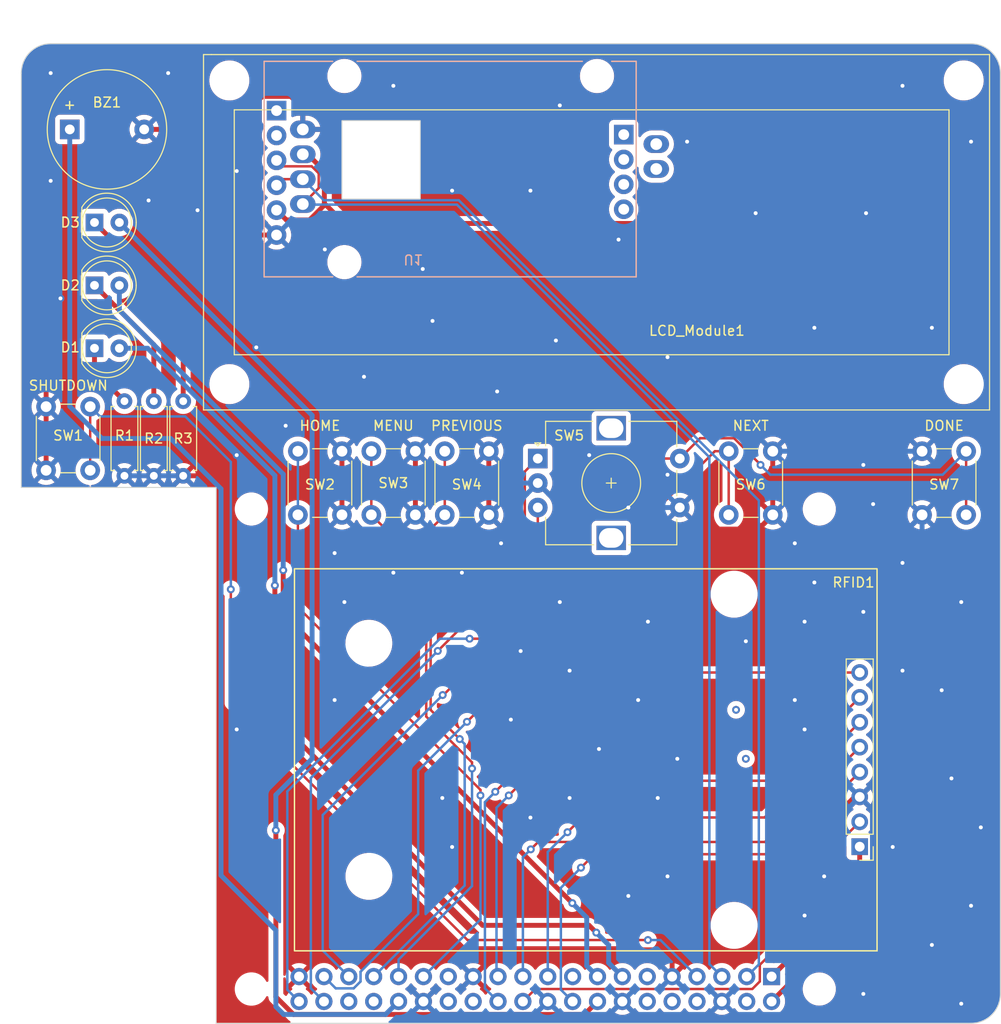
<source format=kicad_pcb>
(kicad_pcb (version 20241229) (generator "pcbnew") (generator_version "9.0")
  (layers (0 "F.Cu" signal) (2 "B.Cu" signal) (13 "F.Paste" user) (15 "B.Paste" user) (5 "F.SilkS" user "F.Silkscreen") (7 "B.SilkS" user "B.Silkscreen") (1 "F.Mask" user) (3 "B.Mask" user) (25 "Edge.Cuts" user))
  (net 0 "")
  (net 1 "GND")
  (net 2 "Buzzer")
  (net 3 "LED-RED")
  (net 4 "Net-(D1-K)")
  (net 5 "Net-(D2-K)")
  (net 6 "LED-GREEN")
  (net 7 "LED-BLUE")
  (net 8 "Net-(D3-K)")
  (net 9 "I2C_SDA")
  (net 10 "I2C_SCL")
  (net 11 "+5V")
  (net 12 "SPI_SCLK")
  (net 13 "SPI_MISO")
  (net 14 "RFID-IRQ")
  (net 15 "SPI_CE-RFID")
  (net 16 "RFID-RST")
  (net 17 "SPI_MOSI")
  (net 18 "+3V3")
  (net 19 "MENU_BUTTON")
  (net 22 "ENCODER_A")
  (net 24 "SHUTDOWN_BUTTON")
  (net 25 "NEXT_BUTTON")
  (net 26 "ENCODER_B")
  (net 31 "PREVIOUS_BUTTON")
  (net 35 "DONE_BUTTON")
  (net 36 "HOME_BUTTON")
  (footprint "project:raspberrypi3" (layer "F.Cu") (at 230.9 118.83)
    (property "Reference" "RP1")
    (property "Value" "Raspberry_Pi_2_3")
    (pad "" np_thru_hole circle (at -53.13 -47.73) (size 2.9 2.9) (drill 2.9) (layers "*.Cu" "*.Mask"))
    (pad "" np_thru_hole circle (at -53.13 1.27) (size 2.9 2.9) (drill 2.9) (layers "*.Cu" "*.Mask"))
    (pad "" np_thru_hole circle (at 4.87 -47.73) (size 2.9 2.9) (drill 2.9) (layers "*.Cu" "*.Mask"))
    (pad "" np_thru_hole circle (at 4.87 1.27) (size 2.9 2.9) (drill 2.9) (layers "*.Cu" "*.Mask"))
    (pad "1" thru_hole rect (at 0 0) (size 1.75 1.75) (drill 1.016) (layers "*.Cu" "*.Mask") (net 18 "+3V3"))
    (pad "2" thru_hole circle (at 0 2.54) (size 1.75 1.75) (drill 1.016) (layers "*.Cu" "*.Mask") (net 11 "+5V"))
    (pad "3" thru_hole circle (at -2.54 0) (size 1.75 1.75) (drill 1.016) (layers "*.Cu" "*.Mask") (net 9 "I2C_SDA"))
    (pad "4" thru_hole circle (at -2.54 2.54) (size 1.75 1.75) (drill 1.016) (layers "*.Cu" "*.Mask"))
    (pad "5" thru_hole circle (at -5.08 0) (size 1.75 1.75) (drill 1.016) (layers "*.Cu" "*.Mask") (net 10 "I2C_SCL"))
    (pad "6" thru_hole circle (at -5.08 2.54) (size 1.75 1.75) (drill 1.016) (layers "*.Cu" "*.Mask") (net 1 "GND"))
    (pad "7" thru_hole circle (at -7.62 0) (size 1.75 1.75) (drill 1.016) (layers "*.Cu" "*.Mask") (net 24 "SHUTDOWN_BUTTON"))
    (pad "8" thru_hole circle (at -7.62 2.54) (size 1.75 1.75) (drill 1.016) (layers "*.Cu" "*.Mask"))
    (pad "9" thru_hole circle (at -10.16 0) (size 1.75 1.75) (drill 1.016) (layers "*.Cu" "*.Mask") (net 1 "GND"))
    (pad "10" thru_hole circle (at -10.16 2.54) (size 1.75 1.75) (drill 1.016) (layers "*.Cu" "*.Mask"))
    (pad "11" thru_hole circle (at -12.7 0) (size 1.75 1.75) (drill 1.016) (layers "*.Cu" "*.Mask"))
    (pad "12" thru_hole circle (at -12.7 2.54) (size 1.75 1.75) (drill 1.016) (layers "*.Cu" "*.Mask"))
    (pad "13" thru_hole circle (at -15.24 0) (size 1.75 1.75) (drill 1.016) (layers "*.Cu" "*.Mask") (net 3 "LED-RED"))
    (pad "14" thru_hole circle (at -15.24 2.54) (size 1.75 1.75) (drill 1.016) (layers "*.Cu" "*.Mask") (net 1 "GND"))
    (pad "15" thru_hole circle (at -17.78 0) (size 1.75 1.75) (drill 1.016) (layers "*.Cu" "*.Mask") (net 6 "LED-GREEN"))
    (pad "16" thru_hole circle (at -17.78 2.54) (size 1.75 1.75) (drill 1.016) (layers "*.Cu" "*.Mask") (net 7 "LED-BLUE"))
    (pad "17" thru_hole circle (at -20.32 0) (size 1.75 1.75) (drill 1.016) (layers "*.Cu" "*.Mask"))
    (pad "18" thru_hole circle (at -20.32 2.54) (size 1.75 1.75) (drill 1.016) (layers "*.Cu" "*.Mask") (net 14 "RFID-IRQ"))
    (pad "19" thru_hole circle (at -22.86 0) (size 1.75 1.75) (drill 1.016) (layers "*.Cu" "*.Mask") (net 17 "SPI_MOSI"))
    (pad "20" thru_hole circle (at -22.86 2.54) (size 1.75 1.75) (drill 1.016) (layers "*.Cu" "*.Mask") (net 1 "GND"))
    (pad "21" thru_hole circle (at -25.4 0) (size 1.75 1.75) (drill 1.016) (layers "*.Cu" "*.Mask") (net 13 "SPI_MISO"))
    (pad "22" thru_hole circle (at -25.4 2.54) (size 1.75 1.75) (drill 1.016) (layers "*.Cu" "*.Mask") (net 16 "RFID-RST"))
    (pad "23" thru_hole circle (at -27.94 0) (size 1.75 1.75) (drill 1.016) (layers "*.Cu" "*.Mask") (net 12 "SPI_SCLK"))
    (pad "24" thru_hole circle (at -27.94 2.54) (size 1.75 1.75) (drill 1.016) (layers "*.Cu" "*.Mask") (net 15 "SPI_CE-RFID"))
    (pad "25" thru_hole circle (at -30.48 0) (size 1.75 1.75) (drill 1.016) (layers "*.Cu" "*.Mask") (net 1 "GND"))
    (pad "26" thru_hole circle (at -30.48 2.54) (size 1.75 1.75) (drill 1.016) (layers "*.Cu" "*.Mask"))
    (pad "27" thru_hole circle (at -33.02 0) (size 1.75 1.75) (drill 1.016) (layers "*.Cu" "*.Mask"))
    (pad "28" thru_hole circle (at -33.02 2.54) (size 1.75 1.75) (drill 1.016) (layers "*.Cu" "*.Mask"))
    (pad "29" thru_hole circle (at -35.56 0) (size 1.75 1.75) (drill 1.016) (layers "*.Cu" "*.Mask") (net 36 "HOME_BUTTON"))
    (pad "30" thru_hole circle (at -35.56 2.54) (size 1.75 1.75) (drill 1.016) (layers "*.Cu" "*.Mask") (net 1 "GND"))
    (pad "31" thru_hole circle (at -38.1 0) (size 1.75 1.75) (drill 1.016) (layers "*.Cu" "*.Mask") (net 19 "MENU_BUTTON"))
    (pad "32" thru_hole circle (at -38.1 2.54) (size 1.75 1.75) (drill 1.016) (layers "*.Cu" "*.Mask") (net 2 "Buzzer"))
    (pad "33" thru_hole circle (at -40.64 0) (size 1.75 1.75) (drill 1.016) (layers "*.Cu" "*.Mask") (net 31 "PREVIOUS_BUTTON"))
    (pad "34" thru_hole circle (at -40.64 2.54) (size 1.75 1.75) (drill 1.016) (layers "*.Cu" "*.Mask"))
    (pad "35" thru_hole circle (at -43.18 0) (size 1.75 1.75) (drill 1.016) (layers "*.Cu" "*.Mask") (net 35 "DONE_BUTTON"))
    (pad "36" thru_hole circle (at -43.18 2.54) (size 1.75 1.75) (drill 1.016) (layers "*.Cu" "*.Mask"))
    (pad "37" thru_hole circle (at -45.72 0) (size 1.75 1.75) (drill 1.016) (layers "*.Cu" "*.Mask") (net 25 "NEXT_BUTTON"))
    (pad "38" thru_hole circle (at -45.72 2.54) (size 1.75 1.75) (drill 1.016) (layers "*.Cu" "*.Mask") (net 22 "ENCODER_A"))
    (pad "39" thru_hole circle (at -48.26 0) (size 1.75 1.75) (drill 1.016) (layers "*.Cu" "*.Mask") (net 1 "GND"))
    (pad "40" thru_hole circle (at -48.26 2.54) (size 1.75 1.75) (drill 1.016) (layers "*.Cu" "*.Mask") (net 26 "ENCODER_B"))
  )
  (footprint "project:SW_PUSH_6mm" (layer "F.Cu") (at 187.02 65.2 -90)
    (property "Reference" "SW2" (at 3.4 2.25 0) (layer "F.SilkS"))
    (property "Value" "HOME" (at -2.6 2.25 0) (layer "F.SilkS"))
    (pad "1" thru_hole circle (at 0 0) (size 2 2) (drill 1.1) (layers "*.Cu" "*.Mask") (net 1 "GND"))
    (pad "1" thru_hole circle (at 6.5 0) (size 2 2) (drill 1.1) (layers "*.Cu" "*.Mask") (net 1 "GND"))
    (pad "2" thru_hole circle (at 0 4.5) (size 2 2) (drill 1.1) (layers "*.Cu" "*.Mask") (net 36 "HOME_BUTTON"))
    (pad "2" thru_hole circle (at 6.5 4.5) (size 2 2) (drill 1.1) (layers "*.Cu" "*.Mask") (net 36 "HOME_BUTTON"))
  )
  (footprint "project:R_Axial_DIN0207_L6.3mm_D2.5mm_P7.62mm_Horizontal" (layer "F.Cu") (at 164.805 67.71 90)
    (property "Reference" "R1" (at 4.108956 0.004262 0) (layer "F.SilkS"))
    (property "Value" "130Ω")
    (pad "1" thru_hole circle (at 0 0 90) (size 1.6 1.6) (drill 0.8) (layers "*.Cu" "*.Mask") (net 1 "GND"))
    (pad "2" thru_hole oval (at 7.62 0 90) (size 1.6 1.6) (drill 0.8) (layers "*.Cu" "*.Mask") (net 4 "Net-(D1-K)"))
  )
  (footprint "project:R_Axial_DIN0207_L6.3mm_D2.5mm_P7.62mm_Horizontal" (layer "F.Cu") (at 167.805 67.71 90)
    (property "Reference" "R2" (at 3.807385 0.00113 0) (layer "F.SilkS"))
    (property "Value" "130Ω")
    (pad "1" thru_hole circle (at 0 0 90) (size 1.6 1.6) (drill 0.8) (layers "*.Cu" "*.Mask") (net 1 "GND"))
    (pad "2" thru_hole oval (at 7.62 0 90) (size 1.6 1.6) (drill 0.8) (layers "*.Cu" "*.Mask") (net 5 "Net-(D2-K)"))
  )
  (footprint "project:SW_PUSH_6mm" (layer "F.Cu") (at 231.02 65.2 -90)
    (property "Reference" "SW6" (at 3.4 2.25 0) (layer "F.SilkS"))
    (property "Value" "NEXT" (at -2.6 2.25 0) (layer "F.SilkS"))
    (pad "1" thru_hole circle (at 0 0) (size 2 2) (drill 1.1) (layers "*.Cu" "*.Mask") (net 1 "GND"))
    (pad "1" thru_hole circle (at 6.5 0) (size 2 2) (drill 1.1) (layers "*.Cu" "*.Mask") (net 1 "GND"))
    (pad "2" thru_hole circle (at 0 4.5) (size 2 2) (drill 1.1) (layers "*.Cu" "*.Mask") (net 25 "NEXT_BUTTON"))
    (pad "2" thru_hole circle (at 6.5 4.5) (size 2 2) (drill 1.1) (layers "*.Cu" "*.Mask") (net 25 "NEXT_BUTTON"))
  )
  (footprint "project:LED_D5.0mm" (layer "F.Cu") (at 161.745 54.69)
    (property "Reference" "D1" (at -2.475 -0.09 0) (layer "F.SilkS"))
    (property "Value" "LED_RED")
    (pad "1" thru_hole rect (at 0 0) (size 1.8 1.8) (drill 0.9) (layers "*.Cu" "*.Mask") (net 4 "Net-(D1-K)"))
    (pad "2" thru_hole circle (at 2.54 0) (size 1.8 1.8) (drill 0.9) (layers "*.Cu" "*.Mask") (net 3 "LED-RED"))
  )
  (footprint "project:RFID-RC522" (layer "F.Cu") (at 241.67 77.2 180)
    (property "Reference" "RFID1" (at 2.4 -1.4 0) (layer "F.SilkS"))
    (property "Value" "RC522")
    (pad "" np_thru_hole circle (at 14.6 -36.4 180) (size 4.3 4.3) (drill 4.3) (layers "*.Cu" "*.Mask"))
    (pad "" np_thru_hole circle (at 14.6 -2.6 180) (size 4.3 4.3) (drill 4.3) (layers "*.Cu" "*.Mask"))
    (pad "" np_thru_hole circle (at 51.9 -31.4 180) (size 4.3 4.3) (drill 4.3) (layers "*.Cu" "*.Mask"))
    (pad "" np_thru_hole circle (at 51.9 -7.6 180) (size 4.3 4.3) (drill 4.3) (layers "*.Cu" "*.Mask"))
    (pad "1" thru_hole circle (at 1.77 -10.59 180) (size 1.7 1.7) (drill 1) (layers "*.Cu" "*.Mask") (net 15 "SPI_CE-RFID"))
    (pad "2" thru_hole circle (at 1.77 -13.13 180) (size 1.7 1.7) (drill 1) (layers "*.Cu" "*.Mask") (net 12 "SPI_SCLK"))
    (pad "3" thru_hole circle (at 1.77 -15.67 180) (size 1.7 1.7) (drill 1) (layers "*.Cu" "*.Mask") (net 17 "SPI_MOSI"))
    (pad "4" thru_hole circle (at 1.77 -18.21 180) (size 1.7 1.7) (drill 1) (layers "*.Cu" "*.Mask") (net 13 "SPI_MISO"))
    (pad "5" thru_hole circle (at 1.77 -20.75 180) (size 1.7 1.7) (drill 1) (layers "*.Cu" "*.Mask") (net 14 "RFID-IRQ"))
    (pad "6" thru_hole circle (at 1.77 -23.29 180) (size 1.7 1.7) (drill 1) (layers "*.Cu" "*.Mask") (net 1 "GND"))
    (pad "7" thru_hole circle (at 1.77 -25.83 180) (size 1.7 1.7) (drill 1) (layers "*.Cu" "*.Mask") (net 16 "RFID-RST"))
    (pad "8" thru_hole rect (at 1.77 -28.37 180) (size 1.7 1.7) (drill 1) (layers "*.Cu" "*.Mask") (net 18 "+3V3"))
  )
  (footprint "project:SW_PUSH_6mm" (layer "F.Cu") (at 194.52 65.2 -90)
    (property "Reference" "SW3" (at 3.25 2.25 0) (layer "F.SilkS"))
    (property "Value" "MENU" (at -2.6 2.25 0) (layer "F.SilkS"))
    (pad "1" thru_hole circle (at 0 0) (size 2 2) (drill 1.1) (layers "*.Cu" "*.Mask") (net 1 "GND"))
    (pad "1" thru_hole circle (at 6.5 0) (size 2 2) (drill 1.1) (layers "*.Cu" "*.Mask") (net 1 "GND"))
    (pad "2" thru_hole circle (at 0 4.5) (size 2 2) (drill 1.1) (layers "*.Cu" "*.Mask") (net 19 "MENU_BUTTON"))
    (pad "2" thru_hole circle (at 6.5 4.5) (size 2 2) (drill 1.1) (layers "*.Cu" "*.Mask") (net 19 "MENU_BUTTON"))
  )
  (footprint "project:LED_D5.0mm" (layer "F.Cu") (at 161.745 41.85)
    (property "Reference" "D3" (at -2.475 0 0) (layer "F.SilkS"))
    (property "Value" "LED_BLUE")
    (pad "1" thru_hole rect (at 0 0) (size 1.8 1.8) (drill 0.9) (layers "*.Cu" "*.Mask") (net 8 "Net-(D3-K)"))
    (pad "2" thru_hole circle (at 2.54 0) (size 1.8 1.8) (drill 0.9) (layers "*.Cu" "*.Mask") (net 7 "LED-BLUE"))
  )
  (footprint "project:RotaryEncoder_Alps_EC12E-Switch_Vertical_H20mm" (layer "F.Cu") (at 207.02 65.95)
    (property "Reference" "SW5" (at 3.2 -2.35 0) (layer "F.SilkS"))
    (property "Value" "RotaryEncoder_Switch")
    (pad "A" thru_hole rect (at 0 0) (size 2 2) (drill 1) (layers "*.Cu" "*.Mask") (net 22 "ENCODER_A"))
    (pad "B" thru_hole circle (at 0 5) (size 2 2) (drill 1) (layers "*.Cu" "*.Mask") (net 26 "ENCODER_B"))
    (pad "C" thru_hole circle (at 0 2.5) (size 2 2) (drill 1) (layers "*.Cu" "*.Mask") (net 1 "GND"))
    (pad "MP" thru_hole rect (at 7.5 -3.1) (size 3 2.5) (drill oval 2.5 2) (layers "*.Cu" "*.Mask"))
    (pad "MP" thru_hole rect (at 7.5 8.1) (size 3 2.5) (drill oval 2.5 2) (layers "*.Cu" "*.Mask"))
    (pad "S1" thru_hole circle (at 14.5 0) (size 2 2) (drill 1) (layers "*.Cu" "*.Mask") (net 35 "DONE_BUTTON"))
    (pad "S2" thru_hole circle (at 14.5 5) (size 2 2) (drill 1) (layers "*.Cu" "*.Mask") (net 1 "GND"))
  )
  (footprint "project:SW_PUSH_6mm" (layer "F.Cu") (at 156.805 67.15 90)
    (property "Reference" "SW1" (at 3.55 2.25 0) (layer "F.SilkS"))
    (property "Value" "SHUTDOWN" (at 8.65 2.265 0) (layer "F.SilkS"))
    (pad "1" thru_hole circle (at 0 0 180) (size 2 2) (drill 1.1) (layers "*.Cu" "*.Mask") (net 1 "GND"))
    (pad "1" thru_hole circle (at 6.5 0 180) (size 2 2) (drill 1.1) (layers "*.Cu" "*.Mask") (net 1 "GND"))
    (pad "2" thru_hole circle (at 0 4.5 180) (size 2 2) (drill 1.1) (layers "*.Cu" "*.Mask") (net 24 "SHUTDOWN_BUTTON"))
    (pad "2" thru_hole circle (at 6.5 4.5 180) (size 2 2) (drill 1.1) (layers "*.Cu" "*.Mask") (net 24 "SHUTDOWN_BUTTON"))
  )
  (footprint "project:SW_PUSH_6mm" (layer "F.Cu") (at 202.02 65.2 -90)
    (property "Reference" "SW4" (at 3.4 2.25 0) (layer "F.SilkS"))
    (property "Value" "PREVIOUS" (at -2.6 2.25 0) (layer "F.SilkS"))
    (pad "1" thru_hole circle (at 0 0) (size 2 2) (drill 1.1) (layers "*.Cu" "*.Mask") (net 1 "GND"))
    (pad "1" thru_hole circle (at 6.5 0) (size 2 2) (drill 1.1) (layers "*.Cu" "*.Mask") (net 1 "GND"))
    (pad "2" thru_hole circle (at 0 4.5) (size 2 2) (drill 1.1) (layers "*.Cu" "*.Mask") (net 31 "PREVIOUS_BUTTON"))
    (pad "2" thru_hole circle (at 6.5 4.5) (size 2 2) (drill 1.1) (layers "*.Cu" "*.Mask") (net 31 "PREVIOUS_BUTTON"))
  )
  (footprint "project:Buzzer_12x9.5RM7.6" (layer "F.Cu") (at 159.22 32.35)
    (property "Reference" "BZ1" (at 3.8 -2.75 0) (layer "F.SilkS"))
    (property "Value" "Buzzer")
    (fp_text user "+" (at -0.01 -2.54 0) (layer "F.SilkS"))
    (pad "1" thru_hole rect (at 0 0) (size 2 2) (drill 1) (layers "*.Cu" "*.Mask") (net 2 "Buzzer"))
    (pad "2" thru_hole circle (at 7.6 0) (size 2 2) (drill 1) (layers "*.Cu" "*.Mask") (net 1 "GND"))
  )
  (footprint "project:WC1602A" (layer "F.Cu") (at 181.02 27.35)
    (property "Reference" "LCD_Module1" (at 42.25 25.55 0) (layer "F.SilkS"))
    (property "Value" "I2C_transport_LCD")
    (fp_rect (start 6 4.1) (end 14 12.1) (stroke (width 0.1)) (fill no) (layer "Edge.Cuts"))
    (pad "" np_thru_hole circle (at -5.4991 0) (size 3.6 3.6) (drill 3.6) (layers "*.Cu" "*.Mask"))
    (pad "" np_thru_hole circle (at -5.4991 31.0007) (size 3.6 3.6) (drill 3.6) (layers "*.Cu" "*.Mask"))
    (pad "" thru_hole oval (at 38.1 6.5 90) (size 1.8 2.6) (drill 1.2) (layers "*.Cu" "*.Mask"))
    (pad "" thru_hole oval (at 38.1 9.04 90) (size 1.8 2.6) (drill 1.2) (layers "*.Cu" "*.Mask"))
    (pad "" np_thru_hole circle (at 69.49948 31.0007) (size 3.6 3.6) (drill 3.6) (layers "*.Cu" "*.Mask"))
    (pad "" np_thru_hole circle (at 69.5 0) (size 3.6 3.6) (drill 3.6) (layers "*.Cu" "*.Mask"))
    (pad "1" thru_hole oval (at 2 5 90) (size 1.8 2.6) (drill 1.2) (layers "*.Cu" "*.Mask") (net 1 "GND"))
    (pad "2" thru_hole oval (at 2 7.54 90) (size 1.8 2.6) (drill 1.2) (layers "*.Cu" "*.Mask") (net 11 "+5V"))
    (pad "3" thru_hole oval (at 2 10.08 90) (size 1.8 2.6) (drill 1.2) (layers "*.Cu" "*.Mask") (net 9 "I2C_SDA"))
    (pad "4" thru_hole oval (at 2 12.62 90) (size 1.8 2.6) (drill 1.2) (layers "*.Cu" "*.Mask") (net 10 "I2C_SCL"))
  )
  (footprint "project:LED_D5.0mm" (layer "F.Cu") (at 161.745 48.27)
    (property "Reference" "D2" (at -2.475 0 0) (layer "F.SilkS"))
    (property "Value" "LED_GREEN")
    (pad "1" thru_hole rect (at 0 0) (size 1.8 1.8) (drill 0.9) (layers "*.Cu" "*.Mask") (net 5 "Net-(D2-K)"))
    (pad "2" thru_hole circle (at 2.54 0) (size 1.8 1.8) (drill 0.9) (layers "*.Cu" "*.Mask") (net 6 "LED-GREEN"))
  )
  (footprint "project:SW_PUSH_6mm" (layer "F.Cu") (at 250.77 65.2 -90)
    (property "Reference" "SW7" (at 3.4 2.25 0) (layer "F.SilkS"))
    (property "Value" "DONE" (at -2.6 2.25 0) (layer "F.SilkS"))
    (pad "1" thru_hole circle (at 0 0) (size 2 2) (drill 1.1) (layers "*.Cu" "*.Mask") (net 35 "DONE_BUTTON"))
    (pad "1" thru_hole circle (at 6.5 0) (size 2 2) (drill 1.1) (layers "*.Cu" "*.Mask") (net 35 "DONE_BUTTON"))
    (pad "2" thru_hole circle (at 0 4.5) (size 2 2) (drill 1.1) (layers "*.Cu" "*.Mask") (net 1 "GND"))
    (pad "2" thru_hole circle (at 6.5 4.5) (size 2 2) (drill 1.1) (layers "*.Cu" "*.Mask") (net 1 "GND"))
  )
  (footprint "project:R_Axial_DIN0207_L6.3mm_D2.5mm_P7.62mm_Horizontal" (layer "F.Cu") (at 170.805 67.71 90)
    (property "Reference" "R3" (at 3.807385 -0.002002 0) (layer "F.SilkS"))
    (property "Value" "130Ω")
    (pad "1" thru_hole circle (at 0 0 90) (size 1.6 1.6) (drill 0.8) (layers "*.Cu" "*.Mask") (net 1 "GND"))
    (pad "2" thru_hole oval (at 7.62 0 90) (size 1.6 1.6) (drill 0.8) (layers "*.Cu" "*.Mask") (net 8 "Net-(D3-K)"))
  )
  (footprint "project:logo" (layer "B.Cu") (at 238.27 31.9 180)
    (property "Reference" "REF**" (hide yes))
    (property "Value" "logo" (hide yes))
  )
  (footprint "project:DS3231M" (layer "B.Cu") (at 179.07 47.4)
    (property "Reference" "U1" (at 15.24 -1.768921 180) (layer "B.SilkS") (effects (justify mirror)))
    (property "Value" "~")
    (pad "" np_thru_hole circle (at 8.2 -20.5) (size 3 3) (drill 3) (layers "*.Cu" "*.Mask" "B.Adhes"))
    (pad "" np_thru_hole circle (at 8.2 -1.5) (size 3 3) (drill 3) (layers "*.Cu" "*.Mask" "B.Adhes"))
    (pad "" np_thru_hole circle (at 34 -20.5) (size 3 3) (drill 3) (layers "*.Cu" "*.Mask" "B.Adhes"))
    (pad "" thru_hole rect (at 36.73 -14.52 270) (size 2 2) (drill 1.1) (layers "*.Cu" "*.Mask"))
    (pad "" thru_hole circle (at 36.73 -11.98 270) (size 2 2) (drill 1.1) (layers "*.Cu" "*.Mask"))
    (pad "" thru_hole circle (at 36.73 -9.44 270) (size 2 2) (drill 1.1) (layers "*.Cu" "*.Mask"))
    (pad "" thru_hole circle (at 36.73 -6.9 270) (size 2 2) (drill 1.1) (layers "*.Cu" "*.Mask"))
    (pad "1" thru_hole rect (at 1.27 -16.97 270) (size 2 2) (drill 1.1) (layers "*.Cu" "*.Mask"))
    (pad "2" thru_hole circle (at 1.27 -14.43 270) (size 2 2) (drill 1.1) (layers "*.Cu" "*.Mask"))
    (pad "3" thru_hole circle (at 1.27 -11.89 270) (size 2 2) (drill 1.1) (layers "*.Cu" "*.Mask") (net 10 "I2C_SCL"))
    (pad "4" thru_hole circle (at 1.27 -9.35 270) (size 2 2) (drill 1.1) (layers "*.Cu" "*.Mask") (net 9 "I2C_SDA"))
    (pad "5" thru_hole circle (at 1.27 -6.81 270) (size 2 2) (drill 1.1) (layers "*.Cu" "*.Mask") (net 11 "+5V"))
    (pad "6" thru_hole circle (at 1.27 -4.27 270) (size 2 2) (drill 1.1) (layers "*.Cu" "*.Mask") (net 1 "GND"))
  )
  (gr_line (start 251.27 23.6) (end 157.27 23.6) (stroke (width 0.1)) (layer "Edge.Cuts"))
  (gr_arc (start 254.27 120.6) (mid 253.39132 122.72132) (end 251.27 123.6) (stroke (width 0.1)) (layer "Edge.Cuts"))
  (gr_line (start 174.17 68.9) (end 174.17 123.6) (stroke (width 0.1)) (layer "Edge.Cuts"))
  (gr_arc (start 154.27 26.6) (mid 155.14868 24.47868) (end 157.27 23.6) (stroke (width 0.1)) (layer "Edge.Cuts"))
  (gr_line (start 174.17 123.6) (end 251.27 123.6) (stroke (width 0.1)) (layer "Edge.Cuts"))
  (gr_line (start 154.27 68.9) (end 174.17 68.9) (stroke (width 0.1)) (layer "Edge.Cuts"))
  (gr_arc (start 251.27 23.6) (mid 253.39132 24.47868) (end 254.27 26.6) (stroke (width 0.1)) (layer "Edge.Cuts"))
  (gr_line (start 254.27 120.6) (end 254.27 26.6) (stroke (width 0.1)) (layer "Edge.Cuts"))
  (gr_line (start 154.27 26.6) (end 154.27 68.9) (stroke (width 0.1)) (layer "Edge.Cuts"))
  (via (at 227.27 91.6) (size 0.8) (drill 0.4) (layers "F.Cu" "B.Cu") (net 0))
  (via (at 228.27 96.6) (size 0.8) (drill 0.4) (layers "F.Cu" "B.Cu") (net 0))
  (segment (start 219.52 116.1) (end 203.15 116.1) (width 0.5) (layer "F.Cu") (net 1))
  (segment (start 175.518 32.35) (end 178.889 28.979) (width 0.5) (layer "F.Cu") (net 1))
  (segment (start 178.889 28.979) (end 181.791 28.979) (width 0.5) (layer "F.Cu") (net 1))
  (segment (start 220.77 117.35) (end 220.74 117.35) (width 0.5) (layer "F.Cu") (net 1))
  (segment (start 166.82 32.35) (end 156.805 42.365) (width 0.5) (layer "F.Cu") (net 1))
  (segment (start 239.9 100.49) (end 239.38 100.49) (width 0.5) (layer "F.Cu") (net 1))
  (segment (start 170.805 67.71) (end 183.03 67.71) (width 0.5) (layer "F.Cu") (net 1))
  (segment (start 220.74 117.38) (end 220.77 117.35) (width 0.5) (layer "F.Cu") (net 1))
  (segment (start 183.03 67.71) (end 187.02 71.7) (width 0.5) (layer "F.Cu") (net 1))
  (segment (start 183.02 30.208) (end 183.02 32.35) (width 0.5) (layer "F.Cu") (net 1))
  (segment (start 156.805 60.65) (end 156.805 67.15) (width 0.5) (layer "F.Cu") (net 1))
  (segment (start 220.77 115.1) (end 220.77 117.35) (width 0.5) (layer "F.Cu") (net 1))
  (segment (start 166.82 32.35) (end 177.6 43.13) (width 0.5) (layer "F.Cu") (net 1))
  (segment (start 220.74 117.35) (end 220.74 117.32) (width 0.5) (layer "F.Cu") (net 1))
  (segment (start 166.82 32.35) (end 175.518 32.35) (width 0.5) (layer "F.Cu") (net 1))
  (segment (start 181.791 28.979) (end 183.02 30.208) (width 0.5) (layer "F.Cu") (net 1))
  (segment (start 223.721 73.151) (end 229.569 73.151) (width 0.5) (layer "F.Cu") (net 1))
  (segment (start 202.02 65.2) (end 202.02 71.7) (width 0.5) (layer "F.Cu") (net 1))
  (segment (start 203.15 116.1) (end 200.42 118.83) (width 0.5) (layer "F.Cu") (net 1))
  (segment (start 187.02 71.7) (end 187.02 65.2) (width 0.5) (layer "F.Cu") (net 1))
  (segment (start 177.6 43.13) (end 180.34 43.13) (width 0.5) (layer "F.Cu") (net 1))
  (segment (start 229.27 110.6) (end 225.27 110.6) (width 0.5) (layer "F.Cu") (net 1))
  (segment (start 231.02 71.7) (end 231.02 65.2) (width 0.5) (layer "F.Cu") (net 1))
  (segment (start 220.74 118.83) (end 220.74 117.38) (width 0.5) (layer "F.Cu") (net 1))
  (segment (start 220.74 117.32) (end 219.52 116.1) (width 0.5) (layer "F.Cu") (net 1))
  (segment (start 229.569 73.151) (end 231.02 71.7) (width 0.5) (layer "F.Cu") (net 1))
  (segment (start 221.52 70.95) (end 223.721 73.151) (width 0.5) (layer "F.Cu") (net 1))
  (segment (start 194.52 65.2) (end 194.52 71.7) (width 0.5) (layer "F.Cu") (net 1))
  (segment (start 225.27 110.6) (end 220.77 115.1) (width 0.5) (layer "F.Cu") (net 1))
  (segment (start 156.805 42.365) (end 156.805 60.65) (width 0.5) (layer "F.Cu") (net 1))
  (segment (start 239.38 100.49) (end 229.27 110.6) (width 0.5) (layer "F.Cu") (net 1))
  (segment (start 207.02 68.45) (end 206.72 68.15) (width 0.25) (layer "F.Cu") (net 1))
  (via (at 208.87 53.9) (size 0.8) (drill 0.4) (layers "F.Cu" "B.Cu") (net 1))
  (via (at 249.27 98.6) (size 0.8) (drill 0.4) (layers "F.Cu" "B.Cu") (net 1))
  (via (at 218.27 82.6) (size 0.8) (drill 0.4) (layers "F.Cu" "B.Cu") (net 1))
  (via (at 240.27 66.6) (size 0.8) (drill 0.4) (layers "F.Cu" "B.Cu") (net 1))
  (via (at 247.27 52.6) (size 0.8) (drill 0.4) (layers "F.Cu" "B.Cu") (net 1))
  (via (at 195.27 46.6) (size 0.8) (drill 0.4) (layers "F.Cu" "B.Cu") (net 1))
  (via (at 234.27 112.6) (size 0.8) (drill 0.4) (layers "F.Cu" "B.Cu") (net 1))
  (via (at 216.27 110.6) (size 0.8) (drill 0.4) (layers "F.Cu" "B.Cu") (net 1))
  (via (at 248.27 89.6) (size 0.8) (drill 0.4) (layers "F.Cu" "B.Cu") (net 1))
  (via (at 250.27 80.6) (size 0.8) (drill 0.4) (layers "F.Cu" "B.Cu") (net 1))
  (via (at 236.27 108.6) (size 0.8) (drill 0.4) (layers "F.Cu" "B.Cu") (net 1))
  (via (at 202.87 59.1) (size 0.8) (drill 0.4) (layers "F.Cu" "B.Cu") (net 1))
  (via (at 215.27 43.6) (size 0.8) (drill 0.4) (layers "F.Cu" "B.Cu") (net 1))
  (via (at 204.27 92.6) (size 0.8) (drill 0.4) (layers "F.Cu" "B.Cu") (net 1))
  (via (at 157.27 26.6) (size 0.8) (drill 0.4) (layers "F.Cu" "B.Cu") (net 1))
  (via (at 198.27 105.6) (size 0.8) (drill 0.4) (layers "F.Cu" "B.Cu") (net 1))
  (via (at 213.27 95.6) (size 0.8) (drill 0.4) (layers "F.Cu" "B.Cu") (net 1))
  (via (at 240.546594 40.9) (size 0.8) (drill 0.4) (layers "F.Cu" "B.Cu") (net 1))
  (via (at 210.27 100.6) (size 0.8) (drill 0.4) (layers "F.Cu" "B.Cu") (net 1))
  (via (at 192.27 27.9) (size 0.8) (drill 0.4) (layers "F.Cu" "B.Cu") (net 1))
  (via (at 233.27 90.6) (size 0.8) (drill 0.4) (layers "F.Cu" "B.Cu") (net 1))
  (via (at 212.27 65.6) (size 0.8) (drill 0.4) (layers "F.Cu" "B.Cu") (net 1))
  (via (at 192.27 77.6) (size 0.8) (drill 0.4) (layers "F.Cu" "B.Cu") (net 1))
  (via (at 167.27 39.6) (size 0.8) (drill 0.4) (layers "F.Cu" "B.Cu") (net 1))
  (via (at 181.27 62.6) (size 0.8) (drill 0.4) (layers "F.Cu" "B.Cu") (net 1))
  (via (at 186.27 75.6) (size 0.8) (drill 0.4) (layers "F.Cu" "B.Cu") (net 1))
  (via (at 243.27 105.6) (size 0.8) (drill 0.4) (layers "F.Cu" "B.Cu") (net 1))
  (via (at 185.27 44.6) (size 0.8) (drill 0.4) (layers "F.Cu" "B.Cu") (net 1))
  (via (at 206.27 38.6) (size 0.8) (drill 0.4) (layers "F.Cu" "B.Cu") (net 1))
  (via (at 220.27 55.6) (size 0.8) (drill 0.4) (layers "F.Cu" "B.Cu") (net 1))
  (via (at 210.27 87.6) (size 0.8) (drill 0.4) (layers "F.Cu" "B.Cu") (net 1))
  (via (at 217.27 90.6) (size 0.8) (drill 0.4) (layers "F.Cu" "B.Cu") (net 1))
  (via (at 222.27 33.6) (size 0.8) (drill 0.4) (layers "F.Cu" "B.Cu") (net 1))
  (via (at 234.27 93.6) (size 0.8) (drill 0.4) (layers "F.Cu" "B.Cu") (net 1))
  (via (at 209.27 29.9) (size 0.8) (drill 0.4) (layers "F.Cu" "B.Cu") (net 1))
  (via (at 157.27 37.6) (size 0.8) (drill 0.4) (layers "F.Cu" "B.Cu") (net 1))
  (via (at 220.27 108.6) (size 0.8) (drill 0.4) (layers "F.Cu" "B.Cu") (net 1))
  (via (at 244.27 87.6) (size 0.8) (drill 0.4) (layers "F.Cu" "B.Cu") (net 1))
  (via (at 209.27 80.6) (size 0.8) (drill 0.4) (layers "F.Cu" "B.Cu") (net 1))
  (via (at 244.27 76.6) (size 0.8) (drill 0.4) (layers "F.Cu" "B.Cu") (net 1))
  (via (at 229.27 40.9) (size 0.8) (drill 0.4) (layers "F.Cu" "B.Cu") (net 1))
  (via (at 186.27 90.6) (size 0.8) (drill 0.4) (layers "F.Cu" "B.Cu") (net 1))
  (via (at 196.27 51.9) (size 0.8) (drill 0.4) (layers "F.Cu" "B.Cu") (net 1))
  (via (at 220.27 67.6) (size 0.8) (drill 0.4) (layers "F.Cu" "B.Cu") (net 1))
  (via (at 247.27 115.6) (size 0.8) (drill 0.4) (layers "F.Cu" "B.Cu") (net 1))
  (via (at 251.27 111.6) (size 0.8) (drill 0.4) (layers "F.Cu" "B.Cu") (net 1))
  (via (at 199.27 77.6) (size 0.8) (drill 0.4) (layers "F.Cu" "B.Cu") (net 1))
  (via (at 189.27 57.6) (size 0.8) (drill 0.4) (layers "F.Cu" "B.Cu") (net 1))
  (via (at 221.27 96.6) (size 0.8) (drill 0.4) (layers "F.Cu" "B.Cu") (net 1))
  (via (at 233.27 74.6) (size 0.8) (drill 0.4) (layers "F.Cu" "B.Cu") (net 1))
  (via (at 158.27 49.6) (size 0.8) (drill 0.4) (layers "F.Cu" "B.Cu") (net 1))
  (via (at 234.27 82.6) (size 0.8) (drill 0.4) (layers "F.Cu" "B.Cu") (net 1))
  (via (at 197.27 100.6) (size 0.8) (drill 0.4) (layers "F.Cu" "B.Cu") (net 1))
  (via (at 176.27 93.6) (size 0.8) (drill 0.4) (layers "F.Cu" "B.Cu") (net 1))
  (via (at 252.27 103.6) (size 0.8) (drill 0.4) (layers "F.Cu" "B.Cu") (net 1))
  (via (at 198.27 38.6) (size 0.8) (drill 0.4) (layers "F.Cu" "B.Cu") (net 1))
  (via (at 187.27 80.6) (size 0.8) (drill 0.4) (layers "F.Cu" "B.Cu") (net 1))
  (via (at 205.27 85.6) (size 0.8) (drill 0.4) (layers "F.Cu" "B.Cu") (net 1))
  (via (at 176.27 65.6) (size 0.8) (drill 0.4) (layers "F.Cu" "B.Cu") (net 1))
  (via (at 203.27 74.6) (size 0.8) (drill 0.4) (layers "F.Cu" "B.Cu") (net 1))
  (via (at 169.27 26.6) (size 0.8) (drill 0.4) (layers "F.Cu" "B.Cu") (net 1))
  (via (at 240.27 81.6) (size 0.8) (drill 0.4) (layers "F.Cu" "B.Cu") (net 1))
  (via (at 216.27 70.95) (size 0.8) (drill 0.4) (layers "F.Cu" "B.Cu") (net 1))
  (via (at 178.27 54.6) (size 0.8) (drill 0.4) (layers "F.Cu" "B.Cu") (net 1))
  (via (at 228.27 84.6) (size 0.8) (drill 0.4) (layers "F.Cu" "B.Cu") (net 1))
  (via (at 235.27 52.6) (size 0.8) (drill 0.4) (layers "F.Cu" "B.Cu") (net 1))
  (via (at 206.27 102.6) (size 0.8) (drill 0.4) (layers "F.Cu" "B.Cu") (net 1))
  (via (at 176.27 36.6) (size 0.8) (drill 0.4) (layers "F.Cu" "B.Cu") (net 1))
  (via (at 235.27 78.6) (size 0.8) (drill 0.4) (layers "F.Cu" "B.Cu") (net 1))
  (via (at 251.27 33.6) (size 0.8) (drill 0.4) (layers "F.Cu" "B.Cu") (net 1))
  (via (at 172.27 40.6) (size 0.8) (drill 0.4) (layers "F.Cu" "B.Cu") (net 1))
  (via (at 219.27 100.6) (size 0.8) (drill 0.4) (layers "F.Cu" "B.Cu") (net 1))
  (via (at 240.27 120.6) (size 0.8) (drill 0.4) (layers "F.Cu" "B.Cu") (net 1))
  (via (at 244.27 27.9) (size 0.8) (drill 0.4) (layers "F.Cu" "B.Cu") (net 1))
  (via (at 241.27 70.6) (size 0.8) (drill 0.4) (layers "F.Cu" "B.Cu") (net 1))
  (via (at 250.27 121.6) (size 0.8) (drill 0.4) (layers "F.Cu" "B.Cu") (net 1))
  (segment (start 231.07 71.7) (end 233.27 73.9) (width 0.5) (layer "B.Cu") (net 1))
  (segment (start 207.02 68.45) (end 209.52 70.95) (width 0.5) (layer "B.Cu") (net 1))
  (segment (start 196.666 122.696) (end 206.714 122.696) (width 0.5) (layer "B.Cu") (net 1))
  (segment (start 236.474 122.696) (end 241.201 117.969) (width 0.5) (layer "B.Cu") (net 1))
  (segment (start 227.146 122.696) (end 236.474 122.696) (width 0.5) (layer "B.Cu") (net 1))
  (segment (start 188.471 73.151) (end 193.069 73.151) (width 0.5) (layer "B.Cu") (net 1))
  (segment (start 216.986 122.696) (end 224.494 122.696) (width 0.5) (layer "B.Cu") (net 1))
  (segment (start 241.201 117.969) (end 241.201 101.791) (width 0.5) (layer "B.Cu") (net 1))
  (segment (start 187.02 71.7) (end 188.471 73.151) (width 0.5) (layer "B.Cu") (net 1))
  (segment (start 225.82 121.37) (end 227.146 122.696) (width 0.5) (layer "B.Cu") (net 1))
  (segment (start 194.52 71.7) (end 195.971 73.151) (width 0.5) (layer "B.Cu") (net 1))
  (segment (start 195.971 73.151) (end 200.569 73.151) (width 0.5) (layer "B.Cu") (net 1))
  (segment (start 246.27 94.12) (end 246.27 71.7) (width 0.5) (layer "B.Cu") (net 1))
  (segment (start 246.27 65.2) (end 231.02 65.2) (width 0.5) (layer "B.Cu") (net 1))
  (segment (start 216.27 70.95) (end 221.52 70.95) (width 0.5) (layer "B.Cu") (net 1))
  (segment (start 239.9 100.49) (end 246.27 94.12) (width 0.5) (layer "B.Cu") (net 1))
  (segment (start 233.27 73.9) (end 244.07 73.9) (width 0.5) (layer "B.Cu") (net 1))
  (segment (start 224.494 122.696) (end 225.82 121.37) (width 0.5) (layer "B.Cu") (net 1))
  (segment (start 241.201 101.791) (end 239.9 100.49) (width 0.5) (layer "B.Cu") (net 1))
  (segment (start 195.34 121.37) (end 196.666 122.696) (width 0.5) (layer "B.Cu") (net 1))
  (segment (start 162.794 65.699) (end 164.805 67.71) (width 0.5) (layer "B.Cu") (net 1))
  (segment (start 206.714 122.696) (end 208.04 121.37) (width 0.5) (layer "B.Cu") (net 1))
  (segment (start 200.569 73.151) (end 202.02 71.7) (width 0.5) (layer "B.Cu") (net 1))
  (segment (start 209.366 122.696) (end 214.334 122.696) (width 0.5) (layer "B.Cu") (net 1))
  (segment (start 193.069 73.151) (end 194.52 71.7) (width 0.5) (layer "B.Cu") (net 1))
  (segment (start 167.805 67.71) (end 170.805 67.71) (width 0.5) (layer "B.Cu") (net 1))
  (segment (start 202.02 71.7) (end 205.27 68.45) (width 0.5) (layer "B.Cu") (net 1))
  (segment (start 205.27 68.45) (end 207.02 68.45) (width 0.5) (layer "B.Cu") (net 1))
  (segment (start 156.805 67.15) (end 158.256 65.699) (width 0.5) (layer "B.Cu") (net 1))
  (segment (start 244.07 73.9) (end 246.27 71.7) (width 0.5) (layer "B.Cu") (net 1))
  (segment (start 231.02 71.7) (end 231.07 71.7) (width 0.5) (layer "B.Cu") (net 1))
  (segment (start 214.334 122.696) (end 215.66 121.37) (width 0.5) (layer "B.Cu") (net 1))
  (segment (start 164.805 67.71) (end 167.805 67.71) (width 0.5) (layer "B.Cu") (net 1))
  (segment (start 209.52 70.95) (end 216.27 70.95) (width 0.5) (layer "B.Cu") (net 1))
  (segment (start 208.04 121.37) (end 209.366 122.696) (width 0.5) (layer "B.Cu") (net 1))
  (segment (start 215.66 121.37) (end 216.986 122.696) (width 0.5) (layer "B.Cu") (net 1))
  (segment (start 158.256 65.699) (end 162.794 65.699) (width 0.5) (layer "B.Cu") (net 1))
  (segment (start 174.67 108.503496) (end 180.27 114.103496) (width 0.5) (layer "B.Cu") (net 2))
  (segment (start 174.67 69.045032) (end 174.67 108.503496) (width 0.5) (layer "B.Cu") (net 2))
  (segment (start 159.22 32.35) (end 159.22 60.617024) (width 0.5) (layer "B.Cu") (net 2))
  (segment (start 191.474 122.696) (end 192.8 121.37) (width 0.5) (layer "B.Cu") (net 2))
  (segment (start 162.502976 63.9) (end 169.524968 63.9) (width 0.5) (layer "B.Cu") (net 2))
  (segment (start 180.27 114.103496) (end 180.27 121.9) (width 0.5) (layer "B.Cu") (net 2))
  (segment (start 180.27 121.9) (end 181.066 122.696) (width 0.5) (layer "B.Cu") (net 2))
  (segment (start 169.524968 63.9) (end 174.67 69.045032) (width 0.5) (layer "B.Cu") (net 2))
  (segment (start 159.22 60.617024) (end 162.502976 63.9) (width 0.5) (layer "B.Cu") (net 2))
  (segment (start 181.066 122.696) (end 191.474 122.696) (width 0.5) (layer "B.Cu") (net 2))
  (segment (start 201.379588 113.6) (end 212.255 113.6) (width 0.5) (layer "F.Cu") (net 3))
  (segment (start 180.17 92.390412) (end 201.379588 113.6) (width 0.5) (layer "F.Cu") (net 3))
  (segment (start 212.255 113.6) (end 212.995 114.34) (width 0.5) (layer "F.Cu") (net 3))
  (segment (start 180.17 78.9) (end 180.17 92.390412) (width 0.5) (layer "F.Cu") (net 3))
  (via (at 212.995 114.34) (size 0.8) (drill 0.4) (layers "F.Cu" "B.Cu") (net 3))
  (via (at 180.17 78.9) (size 0.8) (drill 0.4) (layers "F.Cu" "B.Cu") (net 3))
  (segment (start 180.17 78.9) (end 180.17 67.685818) (width 0.5) (layer "B.Cu") (net 3))
  (segment (start 214.26 117.43) (end 215.66 118.83) (width 0.5) (layer "B.Cu") (net 3))
  (segment (start 214.26 115.605) (end 214.26 117.43) (width 0.5) (layer "B.Cu") (net 3))
  (segment (start 167.174182 54.69) (end 164.285 54.69) (width 0.5) (layer "B.Cu") (net 3))
  (segment (start 180.17 67.685818) (end 167.174182 54.69) (width 0.5) (layer "B.Cu") (net 3))
  (segment (start 212.995 114.34) (end 214.26 115.605) (width 0.5) (layer "B.Cu") (net 3))
  (segment (start 161.745 54.69) (end 161.745 57.03) (width 0.5) (layer "F.Cu") (net 4))
  (segment (start 161.745 57.03) (end 164.805 60.09) (width 0.5) (layer "F.Cu") (net 4))
  (segment (start 167.805 54.33) (end 167.805 60.09) (width 0.5) (layer "F.Cu") (net 5))
  (segment (start 161.745 48.27) (end 167.805 54.33) (width 0.5) (layer "F.Cu") (net 5))
  (segment (start 181.02 77.35) (end 181.02 81.805) (width 0.5) (layer "F.Cu") (net 6))
  (segment (start 181.02 81.805) (end 210.5425 111.3275) (width 0.5) (layer "F.Cu") (net 6))
  (via (at 210.5425 111.3275) (size 0.8) (drill 0.4) (layers "F.Cu" "B.Cu") (net 6))
  (via (at 181.02 77.35) (size 0.8) (drill 0.4) (layers "F.Cu" "B.Cu") (net 6))
  (segment (start 164.285 50.809454) (end 164.285 48.27) (width 0.5) (layer "B.Cu") (net 6))
  (segment (start 212.02 112.805) (end 212.02 117.73) (width 0.5) (layer "B.Cu") (net 6))
  (segment (start 212.02 117.73) (end 213.12 118.83) (width 0.5) (layer "B.Cu") (net 6))
  (segment (start 210.5425 111.3275) (end 212.02 112.805) (width 0.5) (layer "B.Cu") (net 6))
  (segment (start 181.02 77.35) (end 181.02 67.544454) (width 0.5) (layer "B.Cu") (net 6))
  (segment (start 181.02 67.544454) (end 164.285 50.809454) (width 0.5) (layer "B.Cu") (net 6))
  (segment (start 180.27 120.9) (end 182.066 122.696) (width 0.5) (layer "F.Cu") (net 7))
  (segment (start 182.066 122.696) (end 211.794 122.696) (width 0.5) (layer "F.Cu") (net 7))
  (segment (start 180.27 103.9) (end 180.27 120.9) (width 0.5) (layer "F.Cu") (net 7))
  (segment (start 211.794 122.696) (end 213.12 121.37) (width 0.5) (layer "F.Cu") (net 7))
  (via (at 180.27 103.9) (size 0.8) (drill 0.4) (layers "F.Cu" "B.Cu") (net 7))
  (segment (start 180.27 100.283692) (end 183.971 96.582692) (width 0.5) (layer "B.Cu") (net 7))
  (segment (start 183.971 96.582692) (end 183.971 61.536) (width 0.5) (layer "B.Cu") (net 7))
  (segment (start 180.27 103.9) (end 180.27 100.283692) (width 0.5) (layer "B.Cu") (net 7))
  (segment (start 183.971 61.536) (end 164.285 41.85) (width 0.5) (layer "B.Cu") (net 7))
  (segment (start 161.745 41.85) (end 170.805 50.91) (width 0.5) (layer "F.Cu") (net 8))
  (segment (start 170.805 50.91) (end 170.805 60.09) (width 0.5) (layer "F.Cu") (net 8))
  (segment (start 180.96 37.43) (end 180.34 38.05) (width 0.25) (layer "F.Cu") (net 9))
  (segment (start 183.02 37.43) (end 180.96 37.43) (width 0.25) (layer "F.Cu") (net 9))
  (segment (start 198.946 39.576) (end 185.166 39.576) (width 0.25) (layer "B.Cu") (net 9))
  (segment (start 229.596 117.594) (end 229.596 70.226) (width 0.25) (layer "B.Cu") (net 9))
  (segment (start 185.166 39.576) (end 183.02 37.43) (width 0.25) (layer "B.Cu") (net 9))
  (segment (start 229.596 70.226) (end 198.946 39.576) (width 0.25) (layer "B.Cu") (net 9))
  (segment (start 228.36 118.83) (end 229.596 117.594) (width 0.25) (layer "B.Cu") (net 9))
  (segment (start 183.02 39.97) (end 184.646 38.344) (width 0.25) (layer "F.Cu") (net 10))
  (segment (start 184.646 38.344) (end 184.646 36.834174) (width 0.25) (layer "F.Cu") (net 10))
  (segment (start 183.927826 36.116) (end 180.946 36.116) (width 0.25) (layer "F.Cu") (net 10))
  (segment (start 180.946 36.116) (end 180.34 35.51) (width 0.25) (layer "F.Cu") (net 10))
  (segment (start 184.646 36.834174) (end 183.927826 36.116) (width 0.25) (layer "F.Cu") (net 10))
  (segment (start 224.544 65.81181) (end 224.544 117.554) (width 0.25) (layer "B.Cu") (net 10))
  (segment (start 183.02 39.97) (end 183.077 40.027) (width 0.25) (layer "B.Cu") (net 10))
  (segment (start 183.077 40.027) (end 198.75919 40.027) (width 0.25) (layer "B.Cu") (net 10))
  (segment (start 198.75919 40.027) (end 224.544 65.81181) (width 0.25) (layer "B.Cu") (net 10))
  (segment (start 224.544 117.554) (end 225.82 118.83) (width 0.25) (layer "B.Cu") (net 10))
  (segment (start 185.222 39.9) (end 185.222 40.078603) (width 0.5) (layer "F.Cu") (net 11))
  (segment (start 238.824496 41.951) (end 187.273 41.951) (width 0.5) (layer "F.Cu") (net 11))
  (segment (start 230.9 121.37) (end 253.055 99.215) (width 0.5) (layer "F.Cu") (net 11))
  (segment (start 183.710603 41.59) (end 181.34 41.59) (width 0.5) (layer "F.Cu") (net 11))
  (segment (start 253.055 99.215) (end 253.055 56.181504) (width 0.5) (layer "F.Cu") (net 11))
  (segment (start 253.055 56.181504) (end 238.824496 41.951) (width 0.5) (layer "F.Cu") (net 11))
  (segment (start 183.516413 34.89) (end 185.222 36.595587) (width 0.5) (layer "F.Cu") (net 11))
  (segment (start 181.34 41.59) (end 180.34 40.59) (width 0.5) (layer "F.Cu") (net 11))
  (segment (start 183.02 34.89) (end 183.516413 34.89) (width 0.5) (layer "F.Cu") (net 11))
  (segment (start 185.222 36.595587) (end 185.222 39.9) (width 0.5) (layer "F.Cu") (net 11))
  (segment (start 185.222 40.078603) (end 183.710603 41.59) (width 0.5) (layer "F.Cu") (net 11))
  (segment (start 187.273 41.951) (end 185.222 39.9) (width 0.5) (layer "F.Cu") (net 11))
  (segment (start 205.555 98.84) (end 231.39 98.84) (width 0.25) (layer "F.Cu") (net 12))
  (segment (start 231.39 98.84) (end 239.9 90.33) (width 0.25) (layer "F.Cu") (net 12))
  (segment (start 204.055 100.34) (end 205.555 98.84) (width 0.25) (layer "F.Cu") (net 12))
  (via (at 204.055 100.34) (size 0.8) (drill 0.4) (layers "F.Cu" "B.Cu") (net 12))
  (segment (start 204.055 100.34) (end 202.805 101.59) (width 0.25) (layer "B.Cu") (net 12))
  (segment (start 202.805 118.675) (end 202.96 118.83) (width 0.25) (layer "B.Cu") (net 12))
  (segment (start 202.805 101.59) (end 202.805 118.675) (width 0.25) (layer "B.Cu") (net 12))
  (segment (start 206.305 105.84) (end 207.055 105.09) (width 0.25) (layer "F.Cu") (net 13))
  (segment (start 230.22 105.09) (end 239.9 95.41) (width 0.25) (layer "F.Cu") (net 13))
  (segment (start 207.055 105.09) (end 230.22 105.09) (width 0.25) (layer "F.Cu") (net 13))
  (via (at 206.305 105.84) (size 0.8) (drill 0.4) (layers "F.Cu" "B.Cu") (net 13))
  (segment (start 205.5 106.645) (end 205.5 118.83) (width 0.25) (layer "B.Cu") (net 13))
  (segment (start 206.305 105.84) (end 205.5 106.645) (width 0.25) (layer "B.Cu") (net 13))
  (segment (start 212.805 106.34) (end 231.51 106.34) (width 0.25) (layer "F.Cu") (net 14))
  (segment (start 211.43 107.715) (end 212.805 106.34) (width 0.25) (layer "F.Cu") (net 14))
  (segment (start 231.51 106.34) (end 239.9 97.95) (width 0.25) (layer "F.Cu") (net 14))
  (via (at 211.43 107.715) (size 0.8) (drill 0.4) (layers "F.Cu" "B.Cu") (net 14))
  (segment (start 209.379 120.169) (end 210.58 121.37) (width 0.25) (layer "B.Cu") (net 14))
  (segment (start 211.43 107.715) (end 209.379 109.766) (width 0.25) (layer "B.Cu") (net 14))
  (segment (start 209.379 109.766) (end 209.379 120.169) (width 0.25) (layer "B.Cu") (net 14))
  (segment (start 214.855 87.79) (end 239.9 87.79) (width 0.25) (layer "F.Cu") (net 15))
  (segment (start 202.68 99.965) (end 214.855 87.79) (width 0.25) (layer "F.Cu") (net 15))
  (via (at 202.68 99.965) (size 0.8) (drill 0.4) (layers "F.Cu" "B.Cu") (net 15))
  (segment (start 202.68 99.965) (end 201.621 101.024) (width 0.25) (layer "B.Cu") (net 15))
  (segment (start 201.621 101.024) (end 201.621 120.031) (width 0.25) (layer "B.Cu") (net 15))
  (segment (start 201.621 120.031) (end 202.96 121.37) (width 0.25) (layer "B.Cu") (net 15))
  (segment (start 232.101 115.227) (end 229.699 117.629) (width 0.25) (layer "F.Cu") (net 16))
  (segment (start 206.77 120.1) (end 205.5 121.37) (width 0.25) (layer "F.Cu") (net 16))
  (segment (start 239.9 103.03) (end 232.101 110.829) (width 0.25) (layer "F.Cu") (net 16))
  (segment (start 232.101 110.829) (end 232.101 115.227) (width 0.25) (layer "F.Cu") (net 16))
  (segment (start 229.699 117.629) (end 229.699 119.327471) (width 0.25) (layer "F.Cu") (net 16))
  (segment (start 229.699 119.327471) (end 228.926471 120.1) (width 0.25) (layer "F.Cu") (net 16))
  (segment (start 228.926471 120.1) (end 206.77 120.1) (width 0.25) (layer "F.Cu") (net 16))
  (segment (start 230.18 102.59) (end 239.9 92.87) (width 0.25) (layer "F.Cu") (net 17))
  (segment (start 211.555 102.59) (end 230.18 102.59) (width 0.25) (layer "F.Cu") (net 17))
  (segment (start 210.055 104.09) (end 211.555 102.59) (width 0.25) (layer "F.Cu") (net 17))
  (via (at 210.055 104.09) (size 0.8) (drill 0.4) (layers "F.Cu" "B.Cu") (net 17))
  (segment (start 208.04 106.105) (end 208.04 118.83) (width 0.25) (layer "B.Cu") (net 17))
  (segment (start 210.055 104.09) (end 208.04 106.105) (width 0.25) (layer "B.Cu") (net 17))
  (segment (start 239.9 109.83) (end 230.9 118.83) (width 0.5) (layer "F.Cu") (net 18))
  (segment (start 239.9 105.57) (end 239.9 109.83) (width 0.5) (layer "F.Cu") (net 18))
  (segment (start 230.9 118.83) (end 231.64 118.83) (width 0.25) (layer "F.Cu") (net 18))
  (segment (start 200.305 97.59) (end 200.305 96.965001) (width 0.25) (layer "F.Cu") (net 19))
  (segment (start 190.02 65.2) (end 190.02 71.7) (width 0.25) (layer "F.Cu") (net 19))
  (segment (start 195.628 77.308) (end 190.02 71.7) (width 0.25) (layer "F.Cu") (net 19))
  (segment (start 195.628 92.288001) (end 195.628 77.308) (width 0.25) (layer "F.Cu") (net 19))
  (segment (start 200.305 96.965001) (end 195.628 92.288001) (width 0.25) (layer "F.Cu") (net 19))
  (via (at 200.305 97.59) (size 0.8) (drill 0.4) (layers "F.Cu" "B.Cu") (net 19))
  (segment (start 192.8 117.095) (end 192.8 118.83) (width 0.25) (layer "B.Cu") (net 19))
  (segment (start 200.305 109.59) (end 192.8 117.095) (width 0.25) (layer "B.Cu") (net 19))
  (segment (start 200.305 97.59) (end 200.305 109.59) (width 0.25) (layer "B.Cu") (net 19))
  (segment (start 196.805 85.59) (end 205.694 76.701) (width 0.25) (layer "F.Cu") (net 22))
  (segment (start 205.694 76.701) (end 205.694 67.276) (width 0.25) (layer "F.Cu") (net 22))
  (segment (start 205.694 67.276) (end 207.02 65.95) (width 0.25) (layer "F.Cu") (net 22))
  (via (at 196.805 85.59) (size 0.8) (drill 0.4) (layers "F.Cu" "B.Cu") (net 22))
  (segment (start 183.841 98.554) (end 183.841 120.031) (width 0.25) (layer "B.Cu") (net 22))
  (segment (start 183.841 120.031) (end 185.18 121.37) (width 0.25) (layer "B.Cu") (net 22))
  (segment (start 196.805 85.59) (end 183.841 98.554) (width 0.25) (layer "B.Cu") (net 22))
  (segment (start 161.305 60.65) (end 161.305 67.15) (width 0.25) (layer "F.Cu") (net 24))
  (segment (start 199.842303 115.1) (end 218.27 115.1) (width 0.25) (layer "F.Cu") (net 24))
  (segment (start 175.67 90.927697) (end 199.842303 115.1) (width 0.25) (layer "F.Cu") (net 24))
  (segment (start 175.67 79.3) (end 175.67 90.927697) (width 0.25) (layer "F.Cu") (net 24))
  (via (at 218.27 115.1) (size 0.8) (drill 0.4) (layers "F.Cu" "B.Cu") (net 24))
  (via (at 175.67 79.3) (size 0.8) (drill 0.4) (layers "F.Cu" "B.Cu") (net 24))
  (segment (start 162.305 61.65) (end 161.305 60.65) (width 0.25) (layer "B.Cu") (net 24))
  (segment (start 171.02 61.65) (end 162.305 61.65) (width 0.25) (layer "B.Cu") (net 24))
  (segment (start 218.27 115.1) (end 219.55 115.1) (width 0.25) (layer "B.Cu") (net 24))
  (segment (start 175.67 79.3) (end 175.67 66.3) (width 0.25) (layer "B.Cu") (net 24))
  (segment (start 219.55 115.1) (end 223.28 118.83) (width 0.25) (layer "B.Cu") (net 24))
  (segment (start 175.67 66.3) (end 171.02 61.65) (width 0.25) (layer "B.Cu") (net 24))
  (segment (start 219.305 73.30481) (end 219.305 71.000787) (width 0.25) (layer "F.Cu") (net 25))
  (segment (start 199.787405 92.822405) (end 219.305 73.30481) (width 0.25) (layer "F.Cu") (net 25))
  (segment (start 219.305 71.000787) (end 225.105787 65.2) (width 0.25) (layer "F.Cu") (net 25))
  (segment (start 225.105787 65.2) (end 226.52 65.2) (width 0.25) (layer "F.Cu") (net 25))
  (segment (start 226.52 71.7) (end 226.52 65.2) (width 0.25) (layer "F.Cu") (net 25))
  (via (at 199.787405 92.822405) (size 0.8) (drill 0.4) (layers "F.Cu" "B.Cu") (net 25))
  (segment (start 188.217471 120.031) (end 186.381 120.031) (width 0.25) (layer "B.Cu") (net 25))
  (segment (start 194.805 112.448529) (end 188.921 118.332529) (width 0.25) (layer "B.Cu") (net 25))
  (segment (start 186.381 120.031) (end 185.18 118.83) (width 0.25) (layer "B.Cu") (net 25))
  (segment (start 188.921 118.332529) (end 188.921 119.327471) (width 0.25) (layer "B.Cu") (net 25))
  (segment (start 199.787405 92.822405) (end 194.805 97.80481) (width 0.25) (layer "B.Cu") (net 25))
  (segment (start 194.805 97.80481) (end 194.805 112.448529) (width 0.25) (layer "B.Cu") (net 25))
  (segment (start 188.921 119.327471) (end 188.217471 120.031) (width 0.25) (layer "B.Cu") (net 25))
  (segment (start 207.02 78.375) (end 207.02 70.95) (width 0.25) (layer "F.Cu") (net 26))
  (segment (start 201.055 84.34) (end 207.02 78.375) (width 0.25) (layer "F.Cu") (net 26))
  (segment (start 200.055 84.34) (end 201.055 84.34) (width 0.25) (layer "F.Cu") (net 26))
  (via (at 200.055 84.34) (size 0.8) (drill 0.4) (layers "F.Cu" "B.Cu") (net 26))
  (segment (start 181.439 120.169) (end 182.64 121.37) (width 0.25) (layer "B.Cu") (net 26))
  (segment (start 197.02828 84.34) (end 181.439 99.92928) (width 0.25) (layer "B.Cu") (net 26))
  (segment (start 200.055 84.34) (end 197.02828 84.34) (width 0.25) (layer "B.Cu") (net 26))
  (segment (start 181.439 99.92928) (end 181.439 120.169) (width 0.25) (layer "B.Cu") (net 26))
  (segment (start 197.52 65.2) (end 197.52 71.7) (width 0.25) (layer "F.Cu") (net 31))
  (segment (start 196.079 73.141) (end 197.52 71.7) (width 0.25) (layer "F.Cu") (net 31))
  (segment (start 199.050058 94.585058) (end 196.079 91.614) (width 0.25) (layer "F.Cu") (net 31))
  (segment (start 196.079 91.614) (end 196.079 73.141) (width 0.25) (layer "F.Cu") (net 31))
  (via (at 199.050058 94.585058) (size 0.8) (drill 0.4) (layers "F.Cu" "B.Cu") (net 31))
  (segment (start 199.050058 94.585058) (end 199.555 95.09) (width 0.25) (layer "B.Cu") (net 31))
  (segment (start 199.555 95.09) (end 199.555 109.535) (width 0.25) (layer "B.Cu") (net 31))
  (segment (start 199.555 109.535) (end 190.26 118.83) (width 0.25) (layer "B.Cu") (net 31))
  (segment (start 217.772821 65.95) (end 211.305 72.417821) (width 0.25) (layer "F.Cu") (net 35))
  (segment (start 221.52 65.95) (end 217.772821 65.95) (width 0.25) (layer "F.Cu") (net 35))
  (segment (start 211.305 76.165) (end 197.38 90.09) (width 0.25) (layer "F.Cu") (net 35))
  (segment (start 250.77 65.2) (end 250.77 71.7) (width 0.25) (layer "F.Cu") (net 35))
  (segment (start 223.596 63.874) (end 227.069248 63.874) (width 0.25) (layer "F.Cu") (net 35))
  (segment (start 227.069248 63.874) (end 229.77 66.574752) (width 0.25) (layer "F.Cu") (net 35))
  (segment (start 211.305 72.417821) (end 211.305 76.165) (width 0.25) (layer "F.Cu") (net 35))
  (segment (start 221.52 65.95) (end 223.596 63.874) (width 0.25) (layer "F.Cu") (net 35))
  (segment (start 197.38 90.09) (end 197.305 90.09) (width 0.25) (layer "F.Cu") (net 35))
  (segment (start 229.77 66.574752) (end 229.77 66.6) (width 0.25) (layer "F.Cu") (net 35))
  (via (at 229.77 66.6) (size 0.8) (drill 0.4) (layers "F.Cu" "B.Cu") (net 35))
  (via (at 197.305 90.09) (size 0.8) (drill 0.4) (layers "F.Cu" "B.Cu") (net 35))
  (segment (start 230.77 67.6) (end 248.37 67.6) (width 0.25) (layer "B.Cu") (net 35))
  (segment (start 185.055 116.165) (end 187.72 118.83) (width 0.25) (layer "B.Cu") (net 35))
  (segment (start 185.055 102.34) (end 185.055 116.165) (width 0.25) (layer "B.Cu") (net 35))
  (segment (start 248.37 67.6) (end 250.77 65.2) (width 0.25) (layer "B.Cu") (net 35))
  (segment (start 229.77 66.6) (end 230.77 67.6) (width 0.25) (layer "B.Cu") (net 35))
  (segment (start 197.305 90.09) (end 185.055 102.34) (width 0.25) (layer "B.Cu") (net 35))
  (segment (start 182.52 81.122303) (end 182.52 71.7) (width 0.25) (layer "F.Cu") (net 36))
  (segment (start 201.167347 100.34) (end 201.167347 99.76965) (width 0.25) (layer "F.Cu") (net 36))
  (segment (start 201.167347 99.76965) (end 182.52 81.122303) (width 0.25) (layer "F.Cu") (net 36))
  (via (at 201.167347 100.34) (size 0.8) (drill 0.4) (layers "F.Cu" "B.Cu") (net 36))
  (segment (start 182.52 65.2) (end 182.52 71.7) (width 0.25) (layer "B.Cu") (net 36))
  (segment (start 201.167347 100.34) (end 201.167347 113.002653) (width 0.25) (layer "B.Cu") (net 36))
  (segment (start 201.167347 100.34) (end 201.167347 100.447041) (width 0.25) (layer "B.Cu") (net 36))
  (segment (start 201.167347 100.447041) (end 201.17 100.449694) (width 0.25) (layer "B.Cu") (net 36))
  (segment (start 201.167347 113.002653) (end 195.34 118.83) (width 0.25) (layer "B.Cu") (net 36))
  (zone (net 1) (net_name "GND") (layers "F.Cu" "B.Cu") (connect_pads (clearance 0.508)) (min_thickness 0.25) (fill yes (thermal_gap 0.5) (thermal_bridge_width 0.5))
    (polygon (pts (xy 154.27 23.6) (xy 154.27 123.6) (xy 254.27 123.6) (xy 254.27 23.6)))
  )
)
</source>
